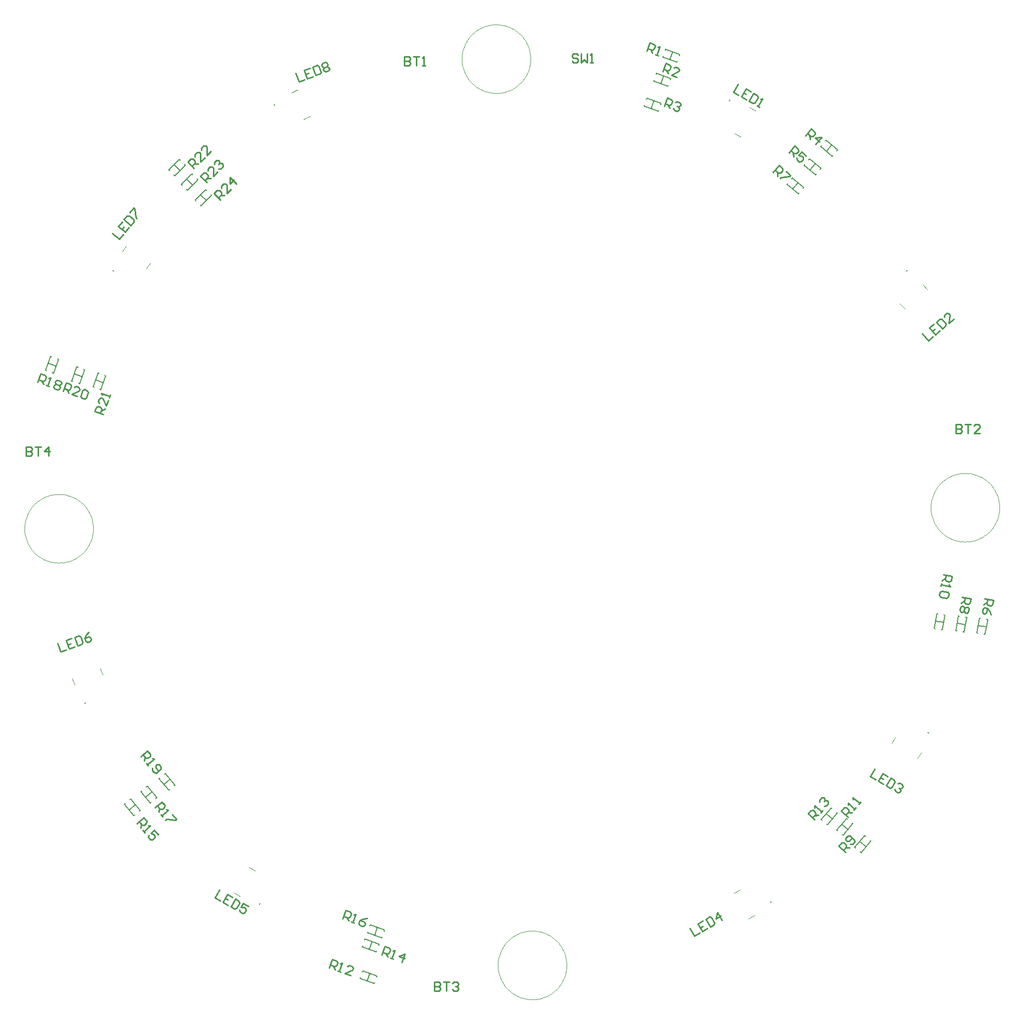
<source format=gto>
G04*
G04 #@! TF.GenerationSoftware,Altium Limited,Altium Designer,22.9.1 (49)*
G04*
G04 Layer_Color=65535*
%FSLAX25Y25*%
%MOIN*%
G70*
G04*
G04 #@! TF.SameCoordinates,8A5C06B3-4C5D-48ED-891A-8E98A4BE319D*
G04*
G04*
G04 #@! TF.FilePolarity,Positive*
G04*
G01*
G75*
%ADD10C,0.00787*%
%ADD11C,0.00200*%
%ADD12C,0.00394*%
%ADD13C,0.00591*%
%ADD14C,0.01000*%
D10*
X1273064Y1153708D02*
X1273458Y1154390D01*
X1273064Y1153708D01*
X970364Y1150720D02*
X970032Y1151433D01*
X970364Y1150720D01*
X960936Y619792D02*
X960542Y619110D01*
X960936Y619792D01*
X1300523Y620934D02*
X1300916Y620252D01*
X1300523Y620934D01*
X1405208Y733436D02*
X1405890Y733042D01*
X1405208Y733436D01*
X1390755Y1040247D02*
X1391358Y1040753D01*
X1390755Y1040247D01*
X863436Y1040342D02*
X862791Y1040794D01*
X863436Y1040342D01*
X844862Y752908D02*
X844122Y752639D01*
X844862Y752908D01*
D11*
X1164835Y578500D02*
X1164813Y579503D01*
X1164746Y580504D01*
X1164637Y581501D01*
X1164483Y582493D01*
X1164286Y583476D01*
X1164046Y584450D01*
X1163763Y585413D01*
X1163438Y586362D01*
X1163072Y587296D01*
X1162666Y588213D01*
X1162219Y589112D01*
X1161734Y589990D01*
X1161210Y590845D01*
X1160649Y591677D01*
X1160052Y592484D01*
X1159420Y593263D01*
X1158755Y594014D01*
X1158058Y594735D01*
X1157329Y595425D01*
X1156571Y596082D01*
X1155785Y596705D01*
X1154972Y597293D01*
X1154134Y597844D01*
X1153272Y598358D01*
X1152389Y598834D01*
X1151486Y599271D01*
X1150564Y599668D01*
X1149626Y600024D01*
X1148674Y600338D01*
X1147708Y600610D01*
X1146731Y600839D01*
X1145745Y601025D01*
X1144752Y601168D01*
X1143754Y601267D01*
X1142752Y601322D01*
X1141749Y601333D01*
X1140746Y601300D01*
X1139746Y601223D01*
X1138750Y601102D01*
X1137761Y600938D01*
X1136779Y600730D01*
X1135808Y600479D01*
X1134848Y600186D01*
X1133903Y599851D01*
X1132973Y599474D01*
X1132060Y599058D01*
X1131167Y598601D01*
X1130294Y598106D01*
X1129444Y597573D01*
X1128619Y597003D01*
X1127819Y596397D01*
X1127046Y595757D01*
X1126303Y595084D01*
X1125590Y594378D01*
X1124908Y593642D01*
X1124259Y592877D01*
X1123645Y592084D01*
X1123066Y591264D01*
X1122524Y590420D01*
X1122019Y589553D01*
X1121553Y588665D01*
X1121126Y587757D01*
X1120739Y586831D01*
X1120394Y585889D01*
X1120090Y584933D01*
X1119829Y583965D01*
X1119610Y582986D01*
X1119435Y581998D01*
X1119303Y581003D01*
X1119215Y580004D01*
X1119171Y579002D01*
Y577998D01*
X1119215Y576996D01*
X1119303Y575997D01*
X1119435Y575002D01*
X1119610Y574014D01*
X1119829Y573035D01*
X1120090Y572067D01*
X1120394Y571111D01*
X1120739Y570169D01*
X1121126Y569243D01*
X1121553Y568335D01*
X1122019Y567447D01*
X1122524Y566580D01*
X1123066Y565736D01*
X1123645Y564916D01*
X1124259Y564123D01*
X1124908Y563358D01*
X1125590Y562622D01*
X1126303Y561916D01*
X1127046Y561243D01*
X1127819Y560603D01*
X1128619Y559997D01*
X1129444Y559427D01*
X1130294Y558894D01*
X1131167Y558399D01*
X1132060Y557942D01*
X1132973Y557525D01*
X1133903Y557149D01*
X1134848Y556814D01*
X1135808Y556521D01*
X1136779Y556270D01*
X1137761Y556062D01*
X1138750Y555898D01*
X1139746Y555777D01*
X1140746Y555700D01*
X1141749Y555667D01*
X1142752Y555678D01*
X1143754Y555733D01*
X1144753Y555832D01*
X1145745Y555975D01*
X1146731Y556161D01*
X1147708Y556390D01*
X1148674Y556662D01*
X1149626Y556977D01*
X1150564Y557332D01*
X1151486Y557729D01*
X1152389Y558166D01*
X1153272Y558642D01*
X1154134Y559156D01*
X1154972Y559707D01*
X1155785Y560295D01*
X1156571Y560919D01*
X1157329Y561575D01*
X1158058Y562265D01*
X1158755Y562986D01*
X1159420Y563737D01*
X1160052Y564516D01*
X1160649Y565323D01*
X1161210Y566155D01*
X1161734Y567010D01*
X1162219Y567888D01*
X1162666Y568787D01*
X1163072Y569704D01*
X1163439Y570638D01*
X1163763Y571587D01*
X1164046Y572550D01*
X1164286Y573524D01*
X1164483Y574508D01*
X1164637Y575499D01*
X1164747Y576496D01*
X1164813Y577497D01*
X1164835Y578500D01*
X1140835Y1181500D02*
X1140813Y1182503D01*
X1140746Y1183504D01*
X1140637Y1184501D01*
X1140483Y1185493D01*
X1140286Y1186476D01*
X1140046Y1187450D01*
X1139763Y1188413D01*
X1139438Y1189362D01*
X1139072Y1190296D01*
X1138666Y1191213D01*
X1138219Y1192112D01*
X1137733Y1192990D01*
X1137210Y1193845D01*
X1136649Y1194677D01*
X1136052Y1195484D01*
X1135421Y1196263D01*
X1134755Y1197014D01*
X1134058Y1197735D01*
X1133329Y1198425D01*
X1132571Y1199082D01*
X1131785Y1199705D01*
X1130972Y1200292D01*
X1130134Y1200844D01*
X1129272Y1201359D01*
X1128389Y1201834D01*
X1127486Y1202271D01*
X1126564Y1202668D01*
X1125626Y1203024D01*
X1124673Y1203338D01*
X1123708Y1203610D01*
X1122731Y1203839D01*
X1121745Y1204025D01*
X1120752Y1204168D01*
X1119754Y1204267D01*
X1118752Y1204322D01*
X1117749Y1204333D01*
X1116747Y1204300D01*
X1115746Y1204223D01*
X1114750Y1204102D01*
X1113761Y1203938D01*
X1112779Y1203730D01*
X1111808Y1203479D01*
X1110848Y1203186D01*
X1109903Y1202851D01*
X1108973Y1202474D01*
X1108060Y1202058D01*
X1107167Y1201601D01*
X1106294Y1201106D01*
X1105444Y1200573D01*
X1104619Y1200003D01*
X1103819Y1199397D01*
X1103047Y1198757D01*
X1102303Y1198084D01*
X1101590Y1197378D01*
X1100908Y1196642D01*
X1100259Y1195877D01*
X1099645Y1195084D01*
X1099066Y1194264D01*
X1098524Y1193420D01*
X1098019Y1192553D01*
X1097553Y1191665D01*
X1097126Y1190757D01*
X1096739Y1189831D01*
X1096394Y1188889D01*
X1096090Y1187933D01*
X1095829Y1186965D01*
X1095610Y1185986D01*
X1095435Y1184998D01*
X1095303Y1184003D01*
X1095215Y1183004D01*
X1095171Y1182002D01*
Y1180998D01*
X1095215Y1179996D01*
X1095303Y1178997D01*
X1095435Y1178002D01*
X1095610Y1177014D01*
X1095829Y1176035D01*
X1096090Y1175067D01*
X1096394Y1174111D01*
X1096739Y1173169D01*
X1097126Y1172243D01*
X1097553Y1171335D01*
X1098019Y1170447D01*
X1098524Y1169580D01*
X1099066Y1168736D01*
X1099645Y1167916D01*
X1100259Y1167123D01*
X1100908Y1166358D01*
X1101590Y1165622D01*
X1102303Y1164916D01*
X1103047Y1164243D01*
X1103819Y1163603D01*
X1104619Y1162997D01*
X1105444Y1162427D01*
X1106294Y1161894D01*
X1107167Y1161399D01*
X1108060Y1160942D01*
X1108973Y1160526D01*
X1109903Y1160149D01*
X1110848Y1159814D01*
X1111808Y1159521D01*
X1112779Y1159270D01*
X1113761Y1159062D01*
X1114750Y1158898D01*
X1115746Y1158777D01*
X1116747Y1158700D01*
X1117749Y1158667D01*
X1118752Y1158678D01*
X1119754Y1158733D01*
X1120753Y1158832D01*
X1121745Y1158975D01*
X1122731Y1159161D01*
X1123708Y1159390D01*
X1124674Y1159662D01*
X1125626Y1159976D01*
X1126564Y1160332D01*
X1127486Y1160729D01*
X1128389Y1161166D01*
X1129272Y1161642D01*
X1130134Y1162156D01*
X1130972Y1162708D01*
X1131785Y1163295D01*
X1132571Y1163918D01*
X1133329Y1164575D01*
X1134058Y1165265D01*
X1134755Y1165986D01*
X1135421Y1166737D01*
X1136052Y1167516D01*
X1136649Y1168323D01*
X1137210Y1169155D01*
X1137733Y1170010D01*
X1138219Y1170888D01*
X1138666Y1171787D01*
X1139072Y1172704D01*
X1139439Y1173638D01*
X1139763Y1174587D01*
X1140046Y1175550D01*
X1140286Y1176524D01*
X1140483Y1177507D01*
X1140637Y1178499D01*
X1140747Y1179496D01*
X1140813Y1180497D01*
X1140835Y1181500D01*
X1452835Y883000D02*
X1452813Y884003D01*
X1452746Y885004D01*
X1452637Y886001D01*
X1452483Y886993D01*
X1452286Y887976D01*
X1452046Y888950D01*
X1451763Y889913D01*
X1451438Y890862D01*
X1451072Y891796D01*
X1450666Y892713D01*
X1450219Y893612D01*
X1449734Y894490D01*
X1449210Y895345D01*
X1448649Y896177D01*
X1448052Y896984D01*
X1447421Y897763D01*
X1446755Y898514D01*
X1446058Y899235D01*
X1445329Y899925D01*
X1444571Y900582D01*
X1443785Y901205D01*
X1442972Y901793D01*
X1442134Y902344D01*
X1441272Y902859D01*
X1440389Y903334D01*
X1439486Y903771D01*
X1438564Y904168D01*
X1437626Y904523D01*
X1436674Y904838D01*
X1435708Y905110D01*
X1434731Y905339D01*
X1433745Y905525D01*
X1432752Y905668D01*
X1431754Y905767D01*
X1430752Y905822D01*
X1429749Y905833D01*
X1428747Y905800D01*
X1427746Y905723D01*
X1426750Y905602D01*
X1425761Y905438D01*
X1424779Y905230D01*
X1423808Y904979D01*
X1422848Y904686D01*
X1421903Y904351D01*
X1420973Y903975D01*
X1420060Y903558D01*
X1419167Y903101D01*
X1418294Y902606D01*
X1417444Y902073D01*
X1416619Y901503D01*
X1415819Y900898D01*
X1415047Y900257D01*
X1414303Y899584D01*
X1413590Y898878D01*
X1412908Y898142D01*
X1412259Y897377D01*
X1411645Y896584D01*
X1411066Y895764D01*
X1410524Y894920D01*
X1410019Y894053D01*
X1409553Y893165D01*
X1409126Y892257D01*
X1408739Y891331D01*
X1408394Y890389D01*
X1408090Y889433D01*
X1407829Y888465D01*
X1407610Y887486D01*
X1407435Y886498D01*
X1407303Y885503D01*
X1407215Y884504D01*
X1407171Y883502D01*
Y882498D01*
X1407215Y881496D01*
X1407303Y880497D01*
X1407435Y879502D01*
X1407610Y878514D01*
X1407829Y877535D01*
X1408090Y876567D01*
X1408394Y875611D01*
X1408739Y874669D01*
X1409126Y873743D01*
X1409553Y872835D01*
X1410019Y871947D01*
X1410524Y871080D01*
X1411066Y870236D01*
X1411645Y869416D01*
X1412259Y868623D01*
X1412908Y867858D01*
X1413590Y867122D01*
X1414303Y866416D01*
X1415047Y865743D01*
X1415819Y865102D01*
X1416619Y864497D01*
X1417444Y863927D01*
X1418294Y863394D01*
X1419167Y862899D01*
X1420060Y862442D01*
X1420973Y862026D01*
X1421903Y861649D01*
X1422848Y861314D01*
X1423808Y861021D01*
X1424779Y860770D01*
X1425761Y860562D01*
X1426750Y860398D01*
X1427746Y860277D01*
X1428747Y860200D01*
X1429749Y860167D01*
X1430752Y860178D01*
X1431754Y860233D01*
X1432753Y860332D01*
X1433745Y860475D01*
X1434731Y860661D01*
X1435708Y860890D01*
X1436674Y861162D01*
X1437626Y861477D01*
X1438564Y861832D01*
X1439486Y862229D01*
X1440389Y862666D01*
X1441272Y863142D01*
X1442134Y863656D01*
X1442972Y864207D01*
X1443785Y864795D01*
X1444571Y865418D01*
X1445329Y866075D01*
X1446058Y866765D01*
X1446755Y867486D01*
X1447421Y868237D01*
X1448052Y869016D01*
X1448649Y869823D01*
X1449210Y870655D01*
X1449734Y871510D01*
X1450219Y872388D01*
X1450666Y873287D01*
X1451072Y874204D01*
X1451439Y875138D01*
X1451763Y876087D01*
X1452046Y877050D01*
X1452286Y878024D01*
X1452483Y879008D01*
X1452637Y879999D01*
X1452747Y880996D01*
X1452813Y881997D01*
X1452835Y883000D01*
X849835Y869000D02*
X849813Y870003D01*
X849747Y871004D01*
X849637Y872001D01*
X849483Y872993D01*
X849286Y873976D01*
X849046Y874950D01*
X848763Y875913D01*
X848438Y876862D01*
X848072Y877796D01*
X847666Y878713D01*
X847219Y879612D01*
X846733Y880490D01*
X846210Y881345D01*
X845649Y882177D01*
X845052Y882984D01*
X844421Y883763D01*
X843755Y884514D01*
X843058Y885235D01*
X842329Y885925D01*
X841571Y886582D01*
X840784Y887205D01*
X839972Y887792D01*
X839134Y888344D01*
X838272Y888859D01*
X837389Y889334D01*
X836486Y889771D01*
X835564Y890168D01*
X834626Y890524D01*
X833673Y890838D01*
X832708Y891110D01*
X831731Y891339D01*
X830745Y891525D01*
X829752Y891668D01*
X828754Y891767D01*
X827752Y891822D01*
X826749Y891833D01*
X825747Y891800D01*
X824746Y891723D01*
X823750Y891602D01*
X822761Y891438D01*
X821779Y891230D01*
X820808Y890979D01*
X819848Y890686D01*
X818903Y890351D01*
X817973Y889974D01*
X817060Y889558D01*
X816167Y889101D01*
X815294Y888606D01*
X814444Y888073D01*
X813619Y887503D01*
X812819Y886897D01*
X812047Y886257D01*
X811303Y885584D01*
X810590Y884878D01*
X809908Y884142D01*
X809259Y883377D01*
X808645Y882584D01*
X808066Y881764D01*
X807524Y880920D01*
X807019Y880053D01*
X806553Y879165D01*
X806126Y878257D01*
X805739Y877331D01*
X805394Y876389D01*
X805090Y875433D01*
X804829Y874465D01*
X804610Y873486D01*
X804435Y872498D01*
X804303Y871503D01*
X804215Y870504D01*
X804171Y869502D01*
Y868498D01*
X804215Y867496D01*
X804303Y866497D01*
X804435Y865502D01*
X804610Y864514D01*
X804829Y863535D01*
X805090Y862567D01*
X805394Y861611D01*
X805739Y860669D01*
X806126Y859743D01*
X806553Y858835D01*
X807019Y857947D01*
X807524Y857080D01*
X808066Y856236D01*
X808645Y855416D01*
X809259Y854623D01*
X809908Y853858D01*
X810590Y853122D01*
X811303Y852416D01*
X812047Y851743D01*
X812819Y851103D01*
X813619Y850497D01*
X814444Y849927D01*
X815294Y849394D01*
X816167Y848899D01*
X817060Y848442D01*
X817973Y848026D01*
X818903Y847649D01*
X819848Y847314D01*
X820808Y847021D01*
X821779Y846770D01*
X822761Y846562D01*
X823750Y846398D01*
X824746Y846277D01*
X825747Y846200D01*
X826749Y846167D01*
X827752Y846178D01*
X828754Y846233D01*
X829753Y846332D01*
X830746Y846475D01*
X831731Y846661D01*
X832708Y846890D01*
X833674Y847162D01*
X834626Y847476D01*
X835564Y847832D01*
X836486Y848229D01*
X837389Y848666D01*
X838272Y849142D01*
X839134Y849656D01*
X839972Y850208D01*
X840784Y850795D01*
X841571Y851418D01*
X842329Y852075D01*
X843058Y852765D01*
X843755Y853486D01*
X844421Y854237D01*
X845052Y855016D01*
X845649Y855823D01*
X846210Y856655D01*
X846733Y857510D01*
X847219Y858388D01*
X847666Y859287D01*
X848072Y860204D01*
X848438Y861138D01*
X848763Y862087D01*
X849046Y863050D01*
X849286Y864024D01*
X849483Y865007D01*
X849637Y865999D01*
X849747Y866996D01*
X849813Y867997D01*
X849835Y869000D01*
D12*
X1276533Y1132157D02*
X1280624Y1129795D01*
X1286376Y1149205D02*
X1290467Y1146843D01*
X990008Y1141200D02*
X994289Y1143197D01*
X981688Y1159041D02*
X985970Y1161038D01*
X953376Y643705D02*
X957467Y641343D01*
X943533Y626657D02*
X947624Y624295D01*
X1276033Y626343D02*
X1280124Y628705D01*
X1285876Y609295D02*
X1289967Y611657D01*
X1381295Y725876D02*
X1383657Y729967D01*
X1398343Y716033D02*
X1400705Y720124D01*
X1386644Y1018810D02*
X1389681Y1015191D01*
X1401724Y1031463D02*
X1404760Y1027844D01*
X885208Y1041920D02*
X887917Y1045790D01*
X869083Y1053210D02*
X871792Y1057080D01*
X854441Y776086D02*
X856057Y771647D01*
X835943Y769353D02*
X837559Y764914D01*
D13*
X1359889Y660772D02*
X1364111Y657229D01*
X1366746Y661545D02*
X1367325Y661059D01*
X1360897Y653398D02*
X1367325Y661059D01*
X1360318Y653884D02*
X1360897Y653398D01*
X1356675Y656941D02*
X1357254Y656455D01*
X1356675Y656941D02*
X1363103Y664602D01*
X1363682Y664116D01*
X1347889Y672271D02*
X1352111Y668728D01*
X1354746Y673045D02*
X1355325Y672559D01*
X1348897Y664898D02*
X1355325Y672559D01*
X1348318Y665384D02*
X1348897Y664898D01*
X1344675Y668441D02*
X1345254Y667955D01*
X1344675Y668441D02*
X1351103Y676102D01*
X1351682Y675616D01*
X1337534Y679232D02*
X1341756Y675689D01*
X1344391Y680005D02*
X1344970Y679519D01*
X1338542Y671859D02*
X1344970Y679519D01*
X1337963Y672344D02*
X1338542Y671859D01*
X1334320Y675402D02*
X1334899Y674916D01*
X1334320Y675402D02*
X1340748Y683062D01*
X1341327Y682576D01*
X873744Y681689D02*
X877966Y685232D01*
X876958Y677859D02*
X877537Y678345D01*
X870530Y685519D02*
X876958Y677859D01*
X870530Y685519D02*
X871109Y686005D01*
X874173Y688576D02*
X874752Y689062D01*
X881180Y681402D01*
X880601Y680916D02*
X881180Y681402D01*
X884744Y690189D02*
X888966Y693732D01*
X887958Y686359D02*
X888537Y686845D01*
X881530Y694019D02*
X887958Y686359D01*
X881530Y694019D02*
X882109Y694505D01*
X885173Y697076D02*
X885752Y697562D01*
X892180Y689902D01*
X891601Y689416D02*
X892180Y689902D01*
X896889Y698729D02*
X901111Y702272D01*
X900103Y694898D02*
X900682Y695384D01*
X893675Y702559D02*
X900103Y694898D01*
X893675Y702559D02*
X894254Y703045D01*
X897318Y705616D02*
X897897Y706102D01*
X904325Y698441D01*
X903746Y697955D02*
X904325Y698441D01*
X822669Y972618D02*
X823380Y972359D01*
X826800Y981756D01*
X826089Y982014D02*
X826800Y981756D01*
X821620Y983641D02*
X822331Y983383D01*
X818200Y974244D02*
X821620Y983641D01*
X818200Y974244D02*
X818911Y973985D01*
X819910Y978943D02*
X825090Y977057D01*
X840044Y965522D02*
X840755Y965264D01*
X844175Y974661D01*
X843465Y974919D02*
X844175Y974661D01*
X838996Y976546D02*
X839706Y976287D01*
X835575Y967149D02*
X838996Y976546D01*
X835575Y967149D02*
X836286Y966890D01*
X837286Y971847D02*
X842465Y969962D01*
X854169Y961617D02*
X854880Y961359D01*
X858300Y970756D01*
X857590Y971014D02*
X858300Y970756D01*
X853120Y972641D02*
X853831Y972383D01*
X849700Y963244D02*
X853120Y972641D01*
X849700Y963244D02*
X850410Y962986D01*
X851410Y967943D02*
X856590Y966057D01*
X921242Y1091139D02*
X925139Y1087242D01*
X917706Y1087604D02*
X918241Y1087069D01*
X917706Y1087604D02*
X924777Y1094675D01*
X925312Y1094140D01*
X928140Y1091312D02*
X928675Y1090777D01*
X921604Y1083706D02*
X928675Y1090777D01*
X921069Y1084241D02*
X921604Y1083706D01*
X912051Y1101449D02*
X915949Y1097551D01*
X908516Y1097913D02*
X909050Y1097379D01*
X908516Y1097913D02*
X915587Y1104984D01*
X916121Y1104450D01*
X918950Y1101621D02*
X919484Y1101087D01*
X912413Y1094016D02*
X919484Y1101087D01*
X911879Y1094550D02*
X912413Y1094016D01*
X903742Y1111139D02*
X907639Y1107242D01*
X900206Y1107604D02*
X900741Y1107069D01*
X900206Y1107604D02*
X907277Y1114675D01*
X907812Y1114140D01*
X910640Y1111312D02*
X911175Y1110777D01*
X904104Y1103706D02*
X911175Y1110777D01*
X903569Y1104241D02*
X904104Y1103706D01*
X1037057Y598410D02*
X1038943Y603590D01*
X1041756Y596700D02*
X1042014Y597410D01*
X1032359Y600120D02*
X1041756Y596700D01*
X1032359Y600120D02*
X1032617Y600831D01*
X1033986Y604590D02*
X1034244Y605300D01*
X1043641Y601880D01*
X1043382Y601169D02*
X1043641Y601880D01*
X1033462Y589035D02*
X1035347Y594214D01*
X1038161Y587325D02*
X1038419Y588035D01*
X1028764Y590745D02*
X1038161Y587325D01*
X1028764Y590745D02*
X1029022Y591455D01*
X1030390Y595214D02*
X1030649Y595925D01*
X1040046Y592504D01*
X1039787Y591794D02*
X1040046Y592504D01*
X1032057Y567910D02*
X1033943Y573090D01*
X1036756Y566200D02*
X1037014Y566911D01*
X1027359Y569620D02*
X1036756Y566200D01*
X1027359Y569620D02*
X1027617Y570331D01*
X1028986Y574089D02*
X1029244Y574800D01*
X1038641Y571380D01*
X1038383Y570669D02*
X1038641Y571380D01*
X1410286Y807479D02*
X1415714Y806522D01*
X1415838Y811577D02*
X1416582Y811446D01*
X1414846Y801597D02*
X1416582Y811446D01*
X1414101Y801729D02*
X1414846Y801597D01*
X1409418Y802555D02*
X1410162Y802423D01*
X1409418Y802555D02*
X1411154Y812403D01*
X1411899Y812271D01*
X1424730Y805999D02*
X1430159Y805042D01*
X1430282Y810097D02*
X1431027Y809966D01*
X1429290Y800118D02*
X1431027Y809966D01*
X1428546Y800249D02*
X1429290Y800118D01*
X1423862Y801075D02*
X1424607Y800943D01*
X1423862Y801075D02*
X1425599Y810923D01*
X1426343Y810791D01*
X1315228Y1094889D02*
X1318771Y1099111D01*
X1314455Y1101746D02*
X1314941Y1102325D01*
X1322602Y1095897D01*
X1322116Y1095318D02*
X1322602Y1095897D01*
X1319059Y1091675D02*
X1319545Y1092254D01*
X1311398Y1098103D02*
X1319059Y1091675D01*
X1311398Y1098103D02*
X1311884Y1098682D01*
X1438730Y804499D02*
X1444158Y803542D01*
X1444282Y808597D02*
X1445027Y808466D01*
X1443290Y798618D02*
X1445027Y808466D01*
X1442546Y798749D02*
X1443290Y798618D01*
X1437862Y799575D02*
X1438606Y799443D01*
X1437862Y799575D02*
X1439599Y809423D01*
X1440343Y809291D01*
X1326768Y1107534D02*
X1330311Y1111756D01*
X1325995Y1114391D02*
X1326481Y1114970D01*
X1334141Y1108542D01*
X1333655Y1107963D02*
X1334141Y1108542D01*
X1330598Y1104320D02*
X1331084Y1104899D01*
X1322938Y1110748D02*
X1330598Y1104320D01*
X1322938Y1110748D02*
X1323424Y1111327D01*
X1337768Y1120034D02*
X1341311Y1124256D01*
X1336995Y1126891D02*
X1337481Y1127470D01*
X1345141Y1121042D01*
X1344656Y1120463D02*
X1345141Y1121042D01*
X1341598Y1116820D02*
X1342084Y1117399D01*
X1333938Y1123248D02*
X1341598Y1116820D01*
X1333938Y1123248D02*
X1334424Y1123827D01*
X1221057Y1148410D02*
X1222943Y1153590D01*
X1217986Y1154589D02*
X1218244Y1155300D01*
X1227641Y1151880D01*
X1227382Y1151169D02*
X1227641Y1151880D01*
X1225756Y1146700D02*
X1226015Y1147410D01*
X1216359Y1150120D02*
X1225756Y1146700D01*
X1216359Y1150120D02*
X1216617Y1150831D01*
X1227462Y1165035D02*
X1229347Y1170214D01*
X1224390Y1171214D02*
X1224649Y1171924D01*
X1234046Y1168504D01*
X1233787Y1167794D02*
X1234046Y1168504D01*
X1232161Y1163325D02*
X1232419Y1164035D01*
X1222764Y1166745D02*
X1232161Y1163325D01*
X1222764Y1166745D02*
X1223022Y1167455D01*
X1233462Y1181035D02*
X1235347Y1186215D01*
X1230390Y1187214D02*
X1230649Y1187924D01*
X1240046Y1184504D01*
X1239787Y1183794D02*
X1240046Y1184504D01*
X1238161Y1179325D02*
X1238419Y1180035D01*
X1228764Y1182745D02*
X1238161Y1179325D01*
X1228764Y1182745D02*
X1229022Y1183455D01*
D14*
X812929Y966246D02*
X814980Y971883D01*
X817799Y970857D01*
X818396Y969576D01*
X817712Y967697D01*
X816431Y967099D01*
X813613Y968125D01*
X815491Y967441D02*
X816686Y964878D01*
X818565Y964195D02*
X820444Y963511D01*
X819505Y963853D01*
X821556Y969489D01*
X820275Y968892D01*
X824972Y967182D02*
X826253Y967780D01*
X828132Y967096D01*
X828729Y965814D01*
X828387Y964875D01*
X827106Y964278D01*
X827703Y962996D01*
X827362Y962057D01*
X826080Y961459D01*
X824201Y962143D01*
X823604Y963425D01*
X823946Y964364D01*
X825227Y964961D01*
X824630Y966243D01*
X824972Y967182D01*
X825227Y964961D02*
X827106Y964278D01*
X805100Y923198D02*
Y917200D01*
X808099D01*
X809099Y918200D01*
Y919199D01*
X808099Y920199D01*
X805100D01*
X808099D01*
X809099Y921199D01*
Y922198D01*
X808099Y923198D01*
X805100D01*
X811098D02*
X815097D01*
X813097D01*
Y917200D01*
X820095D02*
Y923198D01*
X817096Y920199D01*
X821095D01*
X1077003Y567499D02*
Y561501D01*
X1080002D01*
X1081001Y562501D01*
Y563500D01*
X1080002Y564500D01*
X1077003D01*
X1080002D01*
X1081001Y565500D01*
Y566499D01*
X1080002Y567499D01*
X1077003D01*
X1083001D02*
X1086999D01*
X1085000D01*
Y561501D01*
X1088999Y566499D02*
X1089998Y567499D01*
X1091998D01*
X1092997Y566499D01*
Y565500D01*
X1091998Y564500D01*
X1090998D01*
X1091998D01*
X1092997Y563500D01*
Y562501D01*
X1091998Y561501D01*
X1089998D01*
X1088999Y562501D01*
X1424003Y938499D02*
Y932501D01*
X1427002D01*
X1428001Y933501D01*
Y934500D01*
X1427002Y935500D01*
X1424003D01*
X1427002D01*
X1428001Y936500D01*
Y937499D01*
X1427002Y938499D01*
X1424003D01*
X1430001D02*
X1433999D01*
X1432000D01*
Y932501D01*
X1439997D02*
X1435999D01*
X1439997Y936500D01*
Y937499D01*
X1438998Y938499D01*
X1436998D01*
X1435999Y937499D01*
X1057002Y1182999D02*
Y1177001D01*
X1060001D01*
X1061001Y1178001D01*
Y1179000D01*
X1060001Y1180000D01*
X1057002D01*
X1060001D01*
X1061001Y1181000D01*
Y1181999D01*
X1060001Y1182999D01*
X1057002D01*
X1063000D02*
X1066999D01*
X1065000D01*
Y1177001D01*
X1068998D02*
X1070998D01*
X1069998D01*
Y1182999D01*
X1068998Y1181999D01*
X881383Y717316D02*
X885978Y721171D01*
X887906Y718874D01*
X887783Y717465D01*
X886251Y716180D01*
X884843Y716303D01*
X882915Y718601D01*
X884200Y717069D02*
X883954Y714253D01*
X885239Y712721D02*
X886524Y711189D01*
X885881Y711955D01*
X890476Y715811D01*
X889068Y715934D01*
X889217Y709535D02*
X889094Y708126D01*
X890379Y706595D01*
X891788Y706471D01*
X894851Y709042D01*
X894974Y710450D01*
X893689Y711982D01*
X892281Y712105D01*
X891515Y711462D01*
X891392Y710054D01*
X893319Y707757D01*
X890883Y683316D02*
X895478Y687171D01*
X897406Y684874D01*
X897283Y683465D01*
X895751Y682180D01*
X894343Y682303D01*
X892415Y684601D01*
X893700Y683069D02*
X893454Y680253D01*
X894739Y678721D02*
X896024Y677189D01*
X895381Y677955D01*
X899976Y681811D01*
X898568Y681934D01*
X902546Y678748D02*
X905117Y675684D01*
X904351Y675042D01*
X898717Y675535D01*
X897952Y674892D01*
X878883Y672816D02*
X883478Y676671D01*
X885406Y674374D01*
X885283Y672965D01*
X883751Y671680D01*
X882343Y671804D01*
X880415Y674101D01*
X881700Y672569D02*
X881454Y669753D01*
X882739Y668221D02*
X884024Y666689D01*
X883381Y667455D01*
X887976Y671311D01*
X886568Y671434D01*
X893117Y665184D02*
X890546Y668248D01*
X888249Y666320D01*
X890300Y665431D01*
X890943Y664665D01*
X890819Y663257D01*
X889288Y661971D01*
X887879Y662095D01*
X886594Y663626D01*
X886717Y665035D01*
X1329978Y675329D02*
X1325383Y679184D01*
X1327311Y681482D01*
X1328719Y681605D01*
X1330251Y680320D01*
X1330374Y678911D01*
X1328446Y676614D01*
X1329732Y678146D02*
X1332548Y678392D01*
X1333834Y679924D02*
X1335119Y681455D01*
X1334476Y680689D01*
X1329881Y684545D01*
X1330005Y683137D01*
X1333217Y686965D02*
X1333094Y688374D01*
X1334379Y689905D01*
X1335788Y690029D01*
X1336553Y689386D01*
X1336677Y687978D01*
X1336034Y687212D01*
X1336677Y687978D01*
X1338085Y688101D01*
X1338851Y687458D01*
X1338974Y686050D01*
X1337689Y684518D01*
X1336281Y684395D01*
X1352121Y677095D02*
X1347526Y680950D01*
X1349454Y683248D01*
X1350862Y683371D01*
X1352394Y682086D01*
X1352517Y680677D01*
X1350589Y678380D01*
X1351874Y679911D02*
X1354691Y680158D01*
X1355976Y681689D02*
X1357261Y683221D01*
X1356619Y682455D01*
X1352024Y686311D01*
X1352147Y684902D01*
X1359189Y685518D02*
X1360474Y687050D01*
X1359832Y686284D01*
X1355237Y690140D01*
X1355360Y688731D01*
X1350585Y653743D02*
X1345990Y657599D01*
X1347917Y659896D01*
X1349326Y660019D01*
X1350857Y658734D01*
X1350981Y657326D01*
X1349053Y655028D01*
X1350338Y656560D02*
X1353155Y656807D01*
X1353674Y658981D02*
X1355083Y659104D01*
X1356368Y660636D01*
X1356244Y662044D01*
X1353181Y664614D01*
X1351773Y664491D01*
X1350488Y662959D01*
X1350611Y661551D01*
X1351377Y660908D01*
X1352785Y661032D01*
X1354713Y663329D01*
X826141Y792557D02*
X828192Y786921D01*
X831950Y788288D01*
X835535Y795976D02*
X831777Y794609D01*
X833829Y788972D01*
X837586Y790340D01*
X832803Y791790D02*
X834682Y792474D01*
X837414Y796660D02*
X839465Y791024D01*
X842283Y792050D01*
X842881Y793331D01*
X841513Y797088D01*
X840232Y797686D01*
X837414Y796660D01*
X846808Y800079D02*
X845271Y798456D01*
X844076Y795893D01*
X844759Y794015D01*
X846041Y793417D01*
X847920Y794101D01*
X848517Y795382D01*
X848175Y796322D01*
X846894Y796919D01*
X844076Y795893D01*
X1246977Y603099D02*
X1249976Y597904D01*
X1253439Y599904D01*
X1255635Y608097D02*
X1252172Y606098D01*
X1255171Y600904D01*
X1258634Y602903D01*
X1253671Y603501D02*
X1255403Y604500D01*
X1257366Y609097D02*
X1260365Y603903D01*
X1262963Y605402D01*
X1263328Y606768D01*
X1261329Y610231D01*
X1259964Y610597D01*
X1257366Y609097D01*
X1268157Y608401D02*
X1265158Y613596D01*
X1264060Y609499D01*
X1267523Y611498D01*
X1172501Y1183999D02*
X1171501Y1184999D01*
X1169502D01*
X1168502Y1183999D01*
Y1183000D01*
X1169502Y1182000D01*
X1171501D01*
X1172501Y1181000D01*
Y1180001D01*
X1171501Y1179001D01*
X1169502D01*
X1168502Y1180001D01*
X1174500Y1184999D02*
Y1179001D01*
X1176500Y1181000D01*
X1178499Y1179001D01*
Y1184999D01*
X1180498Y1179001D02*
X1182498D01*
X1181498D01*
Y1184999D01*
X1180498Y1183999D01*
X984641Y1172057D02*
X986692Y1166421D01*
X990450Y1167789D01*
X994035Y1175476D02*
X990277Y1174109D01*
X992329Y1168472D01*
X996086Y1169840D01*
X991303Y1171290D02*
X993182Y1171974D01*
X995914Y1176160D02*
X997965Y1170524D01*
X1000783Y1171550D01*
X1001381Y1172831D01*
X1000013Y1176588D01*
X998732Y1177186D01*
X995914Y1176160D01*
X1001892Y1177272D02*
X1002489Y1178553D01*
X1004368Y1179237D01*
X1005649Y1178640D01*
X1005991Y1177700D01*
X1005394Y1176419D01*
X1006675Y1175822D01*
X1007017Y1174882D01*
X1006420Y1173601D01*
X1004541Y1172917D01*
X1003259Y1173515D01*
X1002918Y1174454D01*
X1003515Y1175735D01*
X1002234Y1176333D01*
X1001892Y1177272D01*
X1003515Y1175735D02*
X1005394Y1176419D01*
X862634Y1065504D02*
X867229Y1061648D01*
X869799Y1064712D01*
X869060Y1073162D02*
X866490Y1070099D01*
X871084Y1066243D01*
X873655Y1069306D01*
X868787Y1068171D02*
X870072Y1069703D01*
X870345Y1074693D02*
X874940Y1070838D01*
X876868Y1073135D01*
X876744Y1074544D01*
X873681Y1077114D01*
X872273Y1076991D01*
X870345Y1074693D01*
X874201Y1079288D02*
X876771Y1082351D01*
X877537Y1081709D01*
X878030Y1076075D01*
X878795Y1075433D01*
X933976Y628595D02*
X930977Y623401D01*
X934440Y621402D01*
X942634Y623597D02*
X939171Y625596D01*
X936172Y620402D01*
X939635Y618403D01*
X937671Y622999D02*
X939403Y622000D01*
X944365Y622597D02*
X941366Y617403D01*
X943964Y615903D01*
X945329Y616269D01*
X947328Y619732D01*
X946963Y621098D01*
X944365Y622597D01*
X953023Y617599D02*
X949560Y619598D01*
X948060Y617001D01*
X950292Y616867D01*
X951157Y616367D01*
X951523Y615002D01*
X950523Y613270D01*
X949158Y612904D01*
X947427Y613904D01*
X947060Y615270D01*
X1369976Y709095D02*
X1366977Y703901D01*
X1370440Y701902D01*
X1378634Y704097D02*
X1375171Y706096D01*
X1372172Y700902D01*
X1375635Y698903D01*
X1373671Y703499D02*
X1375403Y702499D01*
X1380365Y703097D02*
X1377366Y697903D01*
X1379963Y696403D01*
X1381329Y696769D01*
X1383328Y700232D01*
X1382963Y701598D01*
X1380365Y703097D01*
X1385060Y699233D02*
X1386425Y699599D01*
X1388157Y698599D01*
X1388523Y697233D01*
X1388023Y696368D01*
X1386658Y696002D01*
X1385792Y696501D01*
X1386658Y696002D01*
X1387023Y694636D01*
X1386524Y693770D01*
X1385158Y693404D01*
X1383426Y694404D01*
X1383060Y695770D01*
X1401649Y998729D02*
X1405504Y994134D01*
X1408567Y996705D01*
X1409307Y1005155D02*
X1406243Y1002584D01*
X1410099Y997990D01*
X1413162Y1000560D01*
X1408171Y1000287D02*
X1409703Y1001572D01*
X1410838Y1006440D02*
X1414694Y1001845D01*
X1416991Y1003773D01*
X1417114Y1005181D01*
X1414544Y1008245D01*
X1413135Y1008368D01*
X1410838Y1006440D01*
X1422351Y1008271D02*
X1419288Y1005701D01*
X1419781Y1011334D01*
X1419139Y1012100D01*
X1417730Y1012223D01*
X1416199Y1010938D01*
X1416075Y1009530D01*
X1278842Y1164596D02*
X1275843Y1159401D01*
X1279306Y1157402D01*
X1287500Y1159597D02*
X1284037Y1161597D01*
X1281038Y1156402D01*
X1284501Y1154403D01*
X1282537Y1158999D02*
X1284268Y1158000D01*
X1289231Y1158598D02*
X1286232Y1153403D01*
X1288829Y1151904D01*
X1290195Y1152269D01*
X1292194Y1155733D01*
X1291828Y1157098D01*
X1289231Y1158598D01*
X1291426Y1150404D02*
X1293158Y1149404D01*
X1292292Y1149904D01*
X1295291Y1155099D01*
X1293926Y1154733D01*
X934466Y1087724D02*
X930224Y1091966D01*
X932345Y1094086D01*
X933759D01*
X935172Y1092673D01*
Y1091259D01*
X933052Y1089138D01*
X934466Y1090552D02*
X937293D01*
X941534Y1094793D02*
X938707Y1091966D01*
Y1097621D01*
X938000Y1098328D01*
X936586D01*
X935172Y1096914D01*
Y1095500D01*
X945069Y1098328D02*
X940827Y1102569D01*
Y1098328D01*
X943655Y1101155D01*
X925466Y1099224D02*
X921224Y1103466D01*
X923345Y1105586D01*
X924759D01*
X926173Y1104173D01*
Y1102759D01*
X924052Y1100638D01*
X925466Y1102052D02*
X928293D01*
X932534Y1106293D02*
X929707Y1103466D01*
Y1109121D01*
X929000Y1109828D01*
X927586D01*
X926173Y1108414D01*
Y1107000D01*
X930414Y1111241D02*
Y1112655D01*
X931828Y1114069D01*
X933241D01*
X933948Y1113362D01*
Y1111948D01*
X933241Y1111241D01*
X933948Y1111948D01*
X935362D01*
X936069Y1111241D01*
Y1109828D01*
X934655Y1108414D01*
X933241D01*
X916966Y1108724D02*
X912724Y1112966D01*
X914845Y1115086D01*
X916259D01*
X917673Y1113673D01*
Y1112259D01*
X915552Y1110138D01*
X916966Y1111552D02*
X919793D01*
X924034Y1115793D02*
X921207Y1112966D01*
Y1118621D01*
X920500Y1119328D01*
X919086D01*
X917673Y1117914D01*
Y1116500D01*
X928276Y1120034D02*
X925448Y1117207D01*
Y1122862D01*
X924741Y1123569D01*
X923328D01*
X921914Y1122155D01*
Y1120741D01*
X856425Y944899D02*
X850788Y946950D01*
X851814Y949768D01*
X853096Y950366D01*
X854974Y949682D01*
X855572Y948400D01*
X854546Y945582D01*
X855230Y947461D02*
X857792Y948656D01*
X859844Y954292D02*
X858476Y950535D01*
X856086Y955660D01*
X855147Y956002D01*
X853866Y955404D01*
X853182Y953526D01*
X853779Y952244D01*
X860528Y956171D02*
X861211Y958050D01*
X860870Y957111D01*
X855233Y959162D01*
X855831Y957881D01*
X829834Y960322D02*
X831886Y965958D01*
X834704Y964932D01*
X835301Y963651D01*
X834618Y961772D01*
X833336Y961175D01*
X830518Y962201D01*
X832397Y961517D02*
X833592Y958954D01*
X839228Y956903D02*
X835471Y958270D01*
X840596Y960660D01*
X840938Y961600D01*
X840340Y962881D01*
X838462Y963565D01*
X837180Y962967D01*
X842817Y960916D02*
X844098Y961513D01*
X845977Y960830D01*
X846574Y959548D01*
X845207Y955791D01*
X843925Y955193D01*
X842047Y955877D01*
X841449Y957158D01*
X842817Y960916D01*
X1015929Y609246D02*
X1017980Y614883D01*
X1020798Y613857D01*
X1021396Y612575D01*
X1020712Y610697D01*
X1019431Y610099D01*
X1016613Y611125D01*
X1018491Y610441D02*
X1019686Y607878D01*
X1021565Y607195D02*
X1023444Y606511D01*
X1022505Y606853D01*
X1024556Y612489D01*
X1023275Y611892D01*
X1032071Y609754D02*
X1029850Y609498D01*
X1027288Y608303D01*
X1026604Y606425D01*
X1027201Y605143D01*
X1029080Y604459D01*
X1030362Y605057D01*
X1030704Y605996D01*
X1030106Y607278D01*
X1027288Y608303D01*
X1041929Y585246D02*
X1043980Y590882D01*
X1046799Y589857D01*
X1047396Y588576D01*
X1046712Y586697D01*
X1045431Y586099D01*
X1042613Y587125D01*
X1044491Y586441D02*
X1045686Y583879D01*
X1047565Y583195D02*
X1049444Y582511D01*
X1048505Y582853D01*
X1050556Y588489D01*
X1049275Y587892D01*
X1055080Y580459D02*
X1057132Y586096D01*
X1053288Y584303D01*
X1057045Y582936D01*
X1006929Y576746D02*
X1008980Y582382D01*
X1011798Y581357D01*
X1012396Y580076D01*
X1011712Y578197D01*
X1010431Y577599D01*
X1007613Y578625D01*
X1009492Y577941D02*
X1010686Y575379D01*
X1012565Y574695D02*
X1014444Y574011D01*
X1013505Y574353D01*
X1015556Y579989D01*
X1014275Y579392D01*
X1021020Y571618D02*
X1017262Y572985D01*
X1022387Y575375D01*
X1022729Y576314D01*
X1022132Y577596D01*
X1020253Y578280D01*
X1018972Y577682D01*
X1415349Y838404D02*
X1421255Y837363D01*
X1420735Y834409D01*
X1419576Y833599D01*
X1417608Y833946D01*
X1416797Y835104D01*
X1417317Y838057D01*
X1416970Y836088D02*
X1414654Y834466D01*
X1414307Y832498D02*
X1413960Y830529D01*
X1414133Y831513D01*
X1420040Y830472D01*
X1419229Y831629D01*
X1418361Y826707D02*
X1419172Y825549D01*
X1418825Y823580D01*
X1417667Y822769D01*
X1413729Y823464D01*
X1412918Y824622D01*
X1413265Y826591D01*
X1414423Y827402D01*
X1418361Y826707D01*
X1427915Y823443D02*
X1433821Y822402D01*
X1433301Y819448D01*
X1432143Y818637D01*
X1430174Y818985D01*
X1429363Y820143D01*
X1429883Y823096D01*
X1429536Y821127D02*
X1427220Y819505D01*
X1431795Y816668D02*
X1432606Y815510D01*
X1432259Y813541D01*
X1431101Y812730D01*
X1430116Y812904D01*
X1429306Y814062D01*
X1428148Y813251D01*
X1427163Y813425D01*
X1426352Y814583D01*
X1426699Y816552D01*
X1427857Y817363D01*
X1428842Y817189D01*
X1429653Y816031D01*
X1430811Y816842D01*
X1431795Y816668D01*
X1429653Y816031D02*
X1429306Y814062D01*
X1302243Y1105916D02*
X1306099Y1110510D01*
X1308396Y1108582D01*
X1308519Y1107174D01*
X1307234Y1105643D01*
X1305826Y1105519D01*
X1303528Y1107447D01*
X1305060Y1106162D02*
X1305307Y1103345D01*
X1310693Y1106655D02*
X1313757Y1104084D01*
X1313114Y1103319D01*
X1307481Y1102826D01*
X1306838Y1102060D01*
X1442914Y822443D02*
X1448821Y821402D01*
X1448301Y818448D01*
X1447143Y817637D01*
X1445174Y817984D01*
X1444363Y819143D01*
X1444884Y822096D01*
X1444536Y820127D02*
X1442220Y818505D01*
X1447085Y811557D02*
X1446448Y813699D01*
X1444826Y816016D01*
X1442857Y816363D01*
X1441699Y815552D01*
X1441352Y813583D01*
X1442163Y812425D01*
X1443147Y812251D01*
X1444306Y813062D01*
X1444826Y816016D01*
X1312743Y1118915D02*
X1316599Y1123510D01*
X1318896Y1121583D01*
X1319019Y1120174D01*
X1317734Y1118643D01*
X1316326Y1118519D01*
X1314028Y1120447D01*
X1315560Y1119162D02*
X1315806Y1116345D01*
X1324257Y1117085D02*
X1321194Y1119655D01*
X1319266Y1117357D01*
X1321440Y1116838D01*
X1322206Y1116195D01*
X1322329Y1114787D01*
X1321044Y1113256D01*
X1319635Y1113132D01*
X1318104Y1114417D01*
X1317981Y1115826D01*
X1323743Y1130416D02*
X1327599Y1135010D01*
X1329896Y1133083D01*
X1330019Y1131674D01*
X1328734Y1130143D01*
X1327326Y1130019D01*
X1325028Y1131947D01*
X1326560Y1130662D02*
X1326807Y1127845D01*
X1330635Y1124632D02*
X1334491Y1129227D01*
X1330266Y1128857D01*
X1333329Y1126287D01*
X1229777Y1149891D02*
X1231829Y1155528D01*
X1234647Y1154502D01*
X1235244Y1153221D01*
X1234561Y1151342D01*
X1233279Y1150744D01*
X1230461Y1151770D01*
X1232340Y1151086D02*
X1233535Y1148524D01*
X1237123Y1152537D02*
X1238404Y1153134D01*
X1240283Y1152450D01*
X1240881Y1151169D01*
X1240539Y1150230D01*
X1239258Y1149632D01*
X1238318Y1149974D01*
X1239258Y1149632D01*
X1239855Y1148351D01*
X1239513Y1147412D01*
X1238232Y1146814D01*
X1236353Y1147498D01*
X1235756Y1148779D01*
X1228777Y1172891D02*
X1230829Y1178528D01*
X1233647Y1177502D01*
X1234244Y1176221D01*
X1233561Y1174342D01*
X1232279Y1173744D01*
X1229461Y1174770D01*
X1231340Y1174086D02*
X1232535Y1171524D01*
X1238171Y1169472D02*
X1234414Y1170840D01*
X1239539Y1173230D01*
X1239881Y1174169D01*
X1239283Y1175451D01*
X1237405Y1176134D01*
X1236123Y1175537D01*
X1218217Y1186549D02*
X1220268Y1192186D01*
X1223086Y1191160D01*
X1223684Y1189879D01*
X1223000Y1188000D01*
X1221719Y1187403D01*
X1218900Y1188428D01*
X1220779Y1187744D02*
X1221974Y1185182D01*
X1223853Y1184498D02*
X1225732Y1183814D01*
X1224792Y1184156D01*
X1226844Y1189792D01*
X1225563Y1189195D01*
M02*

</source>
